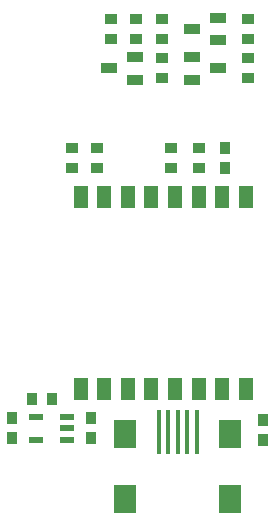
<source format=gtp>
G75*
%MOIN*%
%OFA0B0*%
%FSLAX24Y24*%
%IPPOS*%
%LPD*%
%AMOC8*
5,1,8,0,0,1.08239X$1,22.5*
%
%ADD10R,0.0531X0.0374*%
%ADD11R,0.0413X0.0374*%
%ADD12R,0.0374X0.0413*%
%ADD13R,0.0452X0.0767*%
%ADD14R,0.0452X0.0197*%
%ADD15R,0.0177X0.1476*%
%ADD16R,0.0767X0.0964*%
D10*
X005893Y015366D03*
X005893Y016114D03*
X005027Y015740D03*
X007787Y015366D03*
X007787Y016114D03*
X007787Y017060D03*
X008653Y016686D03*
X008653Y017434D03*
X008653Y015740D03*
D11*
X009660Y015405D03*
X009660Y016075D03*
X009660Y016725D03*
X009660Y017395D03*
X008040Y013075D03*
X008040Y012405D03*
X007080Y012405D03*
X007080Y013075D03*
X006780Y015405D03*
X006780Y016075D03*
X006780Y016725D03*
X006780Y017395D03*
X005940Y017395D03*
X005940Y016725D03*
X005100Y016725D03*
X005100Y017395D03*
X004620Y013075D03*
X004620Y012405D03*
X003780Y012405D03*
X003780Y013075D03*
D12*
X001800Y003405D03*
X001800Y004075D03*
X002470Y004714D03*
X003139Y004714D03*
X004440Y004075D03*
X004440Y003405D03*
X008880Y012405D03*
X008880Y013075D03*
X010153Y004013D03*
X010153Y003344D03*
D13*
X009593Y005060D03*
X008805Y005060D03*
X008018Y005060D03*
X007230Y005060D03*
X006443Y005060D03*
X005656Y005060D03*
X004868Y005060D03*
X004081Y005060D03*
X004081Y011438D03*
X004868Y011438D03*
X005656Y011438D03*
X006443Y011438D03*
X007230Y011438D03*
X008018Y011438D03*
X008805Y011438D03*
X009593Y011438D03*
D14*
X003632Y004114D03*
X003632Y003740D03*
X003632Y003366D03*
X002608Y003366D03*
X002608Y004114D03*
D15*
X006690Y003610D03*
X007005Y003610D03*
X007320Y003610D03*
X007635Y003610D03*
X007950Y003610D03*
D16*
X009072Y003551D03*
X009072Y001386D03*
X005568Y001386D03*
X005568Y003551D03*
M02*

</source>
